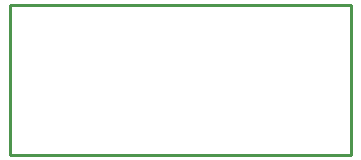
<source format=gm1>
G04*
G04 #@! TF.GenerationSoftware,Altium Limited,Altium Designer,22.10.1 (41)*
G04*
G04 Layer_Color=16711935*
%FSLAX44Y44*%
%MOMM*%
G71*
G04*
G04 #@! TF.SameCoordinates,6AC466C0-41EF-44D2-8528-C36EB44BF29F*
G04*
G04*
G04 #@! TF.FilePolarity,Positive*
G04*
G01*
G75*
%ADD70C,0.2540*%
D70*
X-35000Y63000D02*
X254000D01*
Y-64000D02*
Y63000D01*
X-35000Y-64000D02*
X254000D01*
X-35000D02*
Y63000D01*
M02*

</source>
